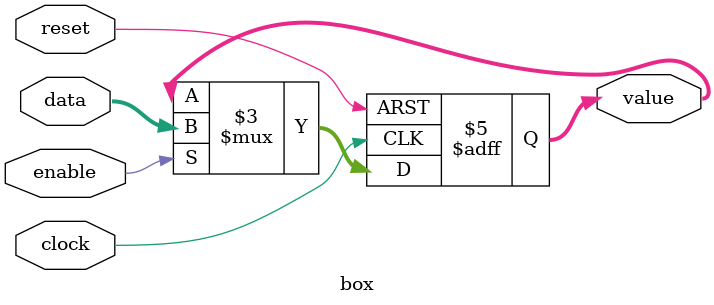
<source format=v>
module box(data, enable, reset, clock, value);
	input enable, clock, reset;
	input [3:0] data;
	output reg [3:0] value;
	
	always @(posedge clock or posedge reset) 
	begin
		if(reset == 1'b1)
		begin
			value <= 4'b0000;
		end
		else if(enable)
		begin
			value <= data;
		end
	end
endmodule

</source>
